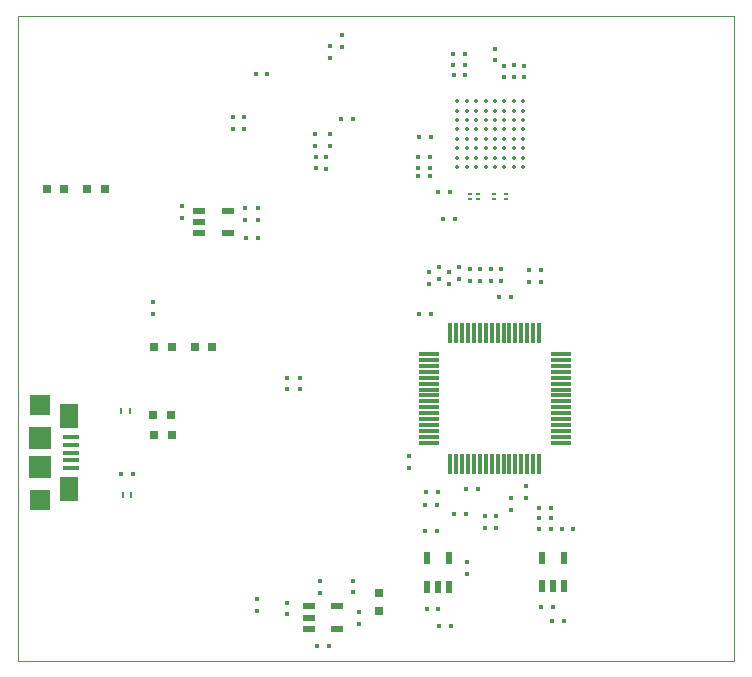
<source format=gtp>
G04*
G04 #@! TF.GenerationSoftware,Altium Limited,Altium NEXUS,3.1.12 (69)*
G04*
G04 Layer_Color=8421504*
%FSLAX25Y25*%
%MOIN*%
G70*
G04*
G04 #@! TF.SameCoordinates,C12BC461-16F2-471F-B13C-3D38B02939EA*
G04*
G04*
G04 #@! TF.FilePolarity,Positive*
G04*
G01*
G75*
%ADD16C,0.00000*%
%ADD17R,0.01181X0.01102*%
%ADD18R,0.03150X0.03150*%
%ADD19R,0.01575X0.01575*%
%ADD20R,0.01575X0.01575*%
%ADD21C,0.01378*%
%ADD22R,0.02362X0.04134*%
%ADD23R,0.04331X0.02362*%
%ADD24R,0.03150X0.03150*%
%ADD25R,0.01024X0.02165*%
%ADD26R,0.06890X0.01181*%
%ADD27R,0.01181X0.06890*%
%ADD28R,0.05315X0.01575*%
%ADD29R,0.06299X0.08268*%
%ADD30R,0.07480X0.07480*%
%ADD31R,0.07087X0.07087*%
D16*
X-12Y-2D02*
Y214839D01*
Y-2D02*
X238718D01*
Y214839D01*
X-12D02*
X238718D01*
D17*
X150635Y153839D02*
D03*
Y155689D02*
D03*
X153444Y153839D02*
D03*
Y155689D02*
D03*
X158628Y153839D02*
D03*
Y155689D02*
D03*
X162742Y153881D02*
D03*
Y155731D02*
D03*
D18*
X64849Y104483D02*
D03*
X58943D02*
D03*
X45508Y104548D02*
D03*
X51414D02*
D03*
X45151Y82090D02*
D03*
X51057D02*
D03*
X45338Y75379D02*
D03*
X51244D02*
D03*
X9572Y157281D02*
D03*
X15478D02*
D03*
X28971Y157246D02*
D03*
X23065D02*
D03*
D19*
X111680Y180468D02*
D03*
X107743D02*
D03*
X144059Y156421D02*
D03*
X140122D02*
D03*
X79203Y195738D02*
D03*
X83140D02*
D03*
X141714Y147404D02*
D03*
X145651D02*
D03*
X133449Y161510D02*
D03*
X137386D02*
D03*
X133465Y164440D02*
D03*
X137402D02*
D03*
X133279Y167949D02*
D03*
X137216D02*
D03*
X133743Y174544D02*
D03*
X137680D02*
D03*
X149085Y202270D02*
D03*
X145148D02*
D03*
X145179Y198690D02*
D03*
X149116D02*
D03*
X145205Y195363D02*
D03*
X149142D02*
D03*
X149456Y57357D02*
D03*
X153393D02*
D03*
X173730Y44047D02*
D03*
X177667D02*
D03*
X135734Y52030D02*
D03*
X139671D02*
D03*
X149328Y48846D02*
D03*
X145391D02*
D03*
X181221Y43967D02*
D03*
X185158D02*
D03*
X174293Y18122D02*
D03*
X178230D02*
D03*
X140267Y11637D02*
D03*
X144204D02*
D03*
X137647Y115615D02*
D03*
X133710D02*
D03*
X136052Y56405D02*
D03*
X139989D02*
D03*
X38381Y62224D02*
D03*
X34444D02*
D03*
X181940Y13308D02*
D03*
X178003D02*
D03*
X160256Y121307D02*
D03*
X164193D02*
D03*
X140174Y17422D02*
D03*
X136237D02*
D03*
X135805Y43408D02*
D03*
X139742D02*
D03*
X173730Y50882D02*
D03*
X177667D02*
D03*
X173730Y47719D02*
D03*
X177667D02*
D03*
X99707Y4817D02*
D03*
X103644D02*
D03*
X80117Y141055D02*
D03*
X76180D02*
D03*
D20*
X45175Y115535D02*
D03*
Y119472D02*
D03*
X75355Y177439D02*
D03*
Y181376D02*
D03*
X71691Y181272D02*
D03*
Y177335D02*
D03*
X108129Y204756D02*
D03*
Y208693D02*
D03*
X104100Y204831D02*
D03*
Y200894D02*
D03*
X103956Y175649D02*
D03*
Y171712D02*
D03*
X99135Y175649D02*
D03*
Y171712D02*
D03*
X99257Y168076D02*
D03*
Y164139D02*
D03*
X102826Y167832D02*
D03*
Y163895D02*
D03*
X168589Y198422D02*
D03*
Y194485D02*
D03*
X165478Y198527D02*
D03*
Y194590D02*
D03*
X162099Y198450D02*
D03*
Y194513D02*
D03*
X159103Y204089D02*
D03*
Y200152D02*
D03*
X149630Y32879D02*
D03*
Y28942D02*
D03*
X113663Y16295D02*
D03*
Y12358D02*
D03*
X79553Y20516D02*
D03*
Y16579D02*
D03*
X89838Y15502D02*
D03*
Y19439D02*
D03*
X111572Y22822D02*
D03*
Y26759D02*
D03*
X89710Y90486D02*
D03*
Y94423D02*
D03*
X161171Y130546D02*
D03*
Y126609D02*
D03*
X140442Y131126D02*
D03*
Y127189D02*
D03*
X147098D02*
D03*
Y131126D02*
D03*
X143805Y129467D02*
D03*
Y125530D02*
D03*
X155703Y44349D02*
D03*
Y48286D02*
D03*
X159188Y44335D02*
D03*
Y48272D02*
D03*
X137055Y129470D02*
D03*
Y125533D02*
D03*
X150539Y130560D02*
D03*
Y126623D02*
D03*
X157572Y130621D02*
D03*
Y126684D02*
D03*
X154056Y130567D02*
D03*
Y126630D02*
D03*
X130252Y64282D02*
D03*
Y68219D02*
D03*
X93992Y94423D02*
D03*
Y90486D02*
D03*
X170193Y130354D02*
D03*
Y126417D02*
D03*
X164512Y54315D02*
D03*
Y50378D02*
D03*
X169254Y54447D02*
D03*
Y58384D02*
D03*
X100813Y22722D02*
D03*
Y26659D02*
D03*
X54648Y147587D02*
D03*
Y151524D02*
D03*
X75648Y147087D02*
D03*
Y151024D02*
D03*
X80148D02*
D03*
Y147087D02*
D03*
X174291Y126417D02*
D03*
Y130354D02*
D03*
D21*
X146425Y186595D02*
D03*
X149575D02*
D03*
X152725D02*
D03*
X155874D02*
D03*
X159024D02*
D03*
X162174D02*
D03*
X165323D02*
D03*
X168473D02*
D03*
X146425Y183445D02*
D03*
X149575D02*
D03*
X152725D02*
D03*
X155874D02*
D03*
X159024D02*
D03*
X162174D02*
D03*
X165323D02*
D03*
X168473D02*
D03*
X146425Y180296D02*
D03*
X149575D02*
D03*
X152725D02*
D03*
X155874D02*
D03*
X159024D02*
D03*
X162174D02*
D03*
X165323D02*
D03*
X168473D02*
D03*
X146425Y177146D02*
D03*
X149575D02*
D03*
X152725D02*
D03*
X155874D02*
D03*
X159024D02*
D03*
X162174D02*
D03*
X165323D02*
D03*
X168473D02*
D03*
X146425Y173996D02*
D03*
X149575D02*
D03*
X152725D02*
D03*
X155874D02*
D03*
X159024D02*
D03*
X162174D02*
D03*
X165323D02*
D03*
X168473D02*
D03*
X146425Y170847D02*
D03*
X149575D02*
D03*
X152725D02*
D03*
X155874D02*
D03*
X159024D02*
D03*
X162174D02*
D03*
X165323D02*
D03*
X168473D02*
D03*
X146425Y167697D02*
D03*
X149575D02*
D03*
X152725D02*
D03*
X155874D02*
D03*
X159024D02*
D03*
X162174D02*
D03*
X165323D02*
D03*
X168473D02*
D03*
X146425Y164547D02*
D03*
X149575D02*
D03*
X152725D02*
D03*
X155874D02*
D03*
X159024D02*
D03*
X162174D02*
D03*
X165323D02*
D03*
X168473D02*
D03*
D22*
X174591Y34402D02*
D03*
X182071D02*
D03*
Y24954D02*
D03*
X178331D02*
D03*
X174591D02*
D03*
X136309Y34185D02*
D03*
X143789D02*
D03*
Y24737D02*
D03*
X140049D02*
D03*
X136309D02*
D03*
D23*
X106384Y18139D02*
D03*
Y10659D02*
D03*
X96935D02*
D03*
Y14399D02*
D03*
Y18139D02*
D03*
X69873Y150063D02*
D03*
Y142583D02*
D03*
X60424D02*
D03*
Y146323D02*
D03*
Y150063D02*
D03*
D24*
X120434Y16584D02*
D03*
Y22490D02*
D03*
D25*
X34917Y55374D02*
D03*
X37830D02*
D03*
X34399Y83377D02*
D03*
X37312D02*
D03*
D26*
X180871Y72729D02*
D03*
Y74698D02*
D03*
Y76666D02*
D03*
Y78635D02*
D03*
Y80603D02*
D03*
Y82572D02*
D03*
Y84540D02*
D03*
Y86509D02*
D03*
Y88477D02*
D03*
Y90446D02*
D03*
Y92414D02*
D03*
Y94383D02*
D03*
Y96351D02*
D03*
Y98320D02*
D03*
Y100288D02*
D03*
Y102257D02*
D03*
X136973D02*
D03*
Y100288D02*
D03*
Y98320D02*
D03*
Y96351D02*
D03*
Y94383D02*
D03*
Y92414D02*
D03*
Y90446D02*
D03*
Y88477D02*
D03*
Y86509D02*
D03*
Y84540D02*
D03*
Y82572D02*
D03*
Y80603D02*
D03*
Y78635D02*
D03*
Y76666D02*
D03*
Y74698D02*
D03*
Y72729D02*
D03*
D27*
X173686Y109442D02*
D03*
X171717D02*
D03*
X169749D02*
D03*
X167780D02*
D03*
X165812D02*
D03*
X163843D02*
D03*
X161874D02*
D03*
X159906D02*
D03*
X157938D02*
D03*
X155969D02*
D03*
X154000D02*
D03*
X152032D02*
D03*
X150064D02*
D03*
X148095D02*
D03*
X146126D02*
D03*
X144158D02*
D03*
Y65544D02*
D03*
X146126D02*
D03*
X148095D02*
D03*
X150064D02*
D03*
X152032D02*
D03*
X154000D02*
D03*
X155969D02*
D03*
X157938D02*
D03*
X159906D02*
D03*
X161874D02*
D03*
X163843D02*
D03*
X165812D02*
D03*
X167780D02*
D03*
X169749D02*
D03*
X171717D02*
D03*
X173686D02*
D03*
D28*
X17814Y74529D02*
D03*
Y66852D02*
D03*
Y64293D02*
D03*
Y69411D02*
D03*
Y71970D02*
D03*
D29*
X16948Y81616D02*
D03*
Y57206D02*
D03*
D30*
X7381Y74135D02*
D03*
Y64687D02*
D03*
D31*
Y85159D02*
D03*
Y53663D02*
D03*
M02*

</source>
